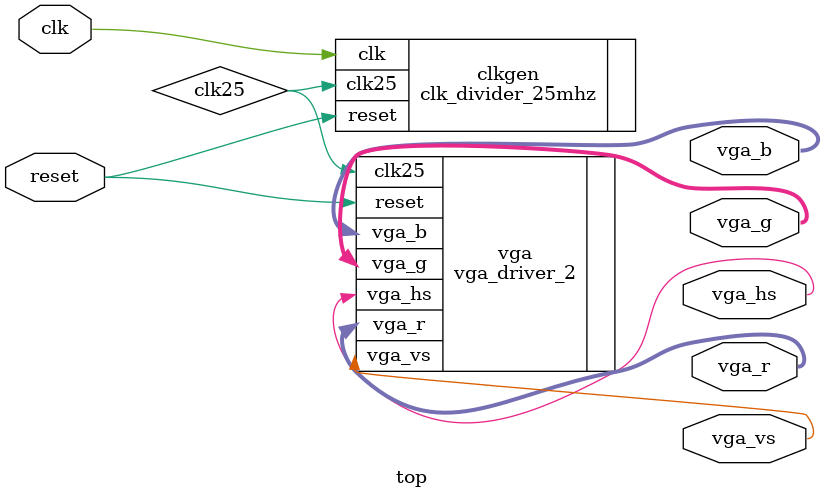
<source format=v>
module top (
    input  wire clk,   // 100 MHz system clock from ZYBO
    input  wire reset,
    output wire vga_hs,
    output wire vga_vs,
    output wire [4:0] vga_r,
    output wire [5:0] vga_g,
    output wire [4:0] vga_b
);

    wire clk25;

    // Clock divider (you must have clk_divider_25mhz.v)
    clk_divider_25mhz clkgen (
        .clk(clk),
        .reset(reset),
        .clk25(clk25)
    );

    // VGA driver
//    vga_driver vga (
//        .clk25(clk25),
//        .reset(reset),
//        .hsync(vga_hs),
//        .vsync(vga_vs),
//        .vga_r(vga_r),
//        .vga_g(vga_g),
//        .vga_b(vga_b)
//    );


vga_driver_2 vga (
        .clk25(clk25),
        .reset(reset),
        .vga_hs(vga_hs),
        .vga_vs(vga_vs),
        .vga_r(vga_r),
        .vga_g(vga_g),
        .vga_b(vga_b)
    );

endmodule

</source>
